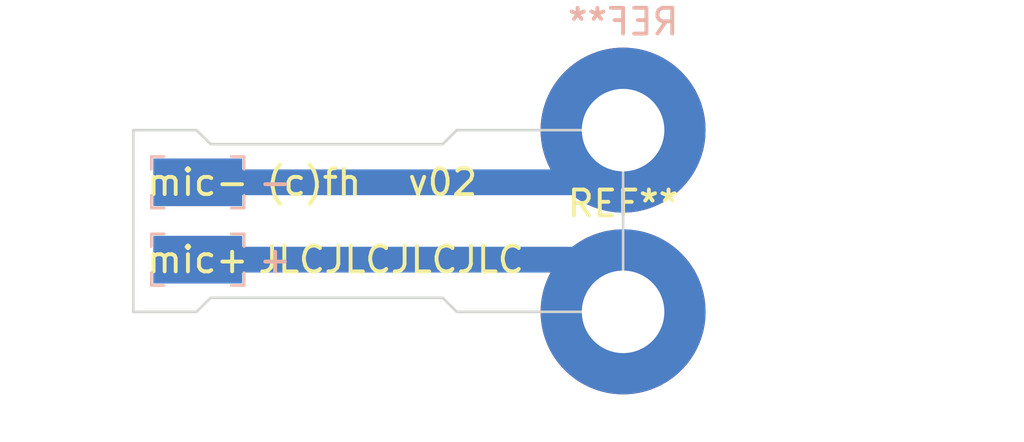
<source format=kicad_pcb>
(kicad_pcb (version 20211014) (generator pcbnew)
  (layers (0 "F.Cu" signal) (31 "B.Cu" signal) (34 "B.Paste" user) (35 "F.Paste" user) (36 "B.SilkS" user "B.Silkscreen") (37 "F.SilkS" user "F.Silkscreen") (38 "B.Mask" user) (39 "F.Mask" user) (44 "Edge.Cuts" user))
  (net 0 "")
  (footprint "MountingHole:MountingHole_3.2mm_M3_Pad_TopBottom" (layer "F.Cu") (at 119 103.525)
    (fp_text reference "REF**" (at 0 -4.2) (layer "F.SilkS"))
    (fp_text value "MountingHole_3.2mm_M3_Pad_TopBottom")
    (pad "1" connect circle locked (at 0 0) (size 6.4 6.4) (layers "B.Cu" "B.Mask"))
    (pad "1" connect circle locked (at 0 0) (size 6.4 6.4) (layers "F.Cu" "F.Mask"))
    (pad "1" thru_hole circle locked (at 0 0) (size 3.6 3.6) (drill 3.2) (layers *.Cu *.Mask))
  )
  (footprint "MountingHole:MountingHole_3.2mm_M3_Pad_TopBottom" (layer "B.Cu") (at 119 96.475 180)
    (fp_text reference "REF**" (at 0 4.2) (layer "B.SilkS") (effects (justify mirror)))
    (fp_text value "MountingHole_3.2mm_M3_Pad_TopBottom")
    (pad "1" connect circle locked (at 0 0 180) (size 6.4 6.4) (layers "B.Cu" "B.Mask"))
    (pad "1" thru_hole circle locked (at 0 0 180) (size 3.6 3.6) (drill 3.2) (layers *.Cu *.Mask))
    (pad "1" connect circle locked (at 0 0 180) (size 6.4 6.4) (layers "F.Cu" "F.Mask"))
  )
  (footprint "digikey-footprints:PC_TEST_POINT_SMD" (layer "B.Cu") (at 102.5 98.5 180)
    (fp_text reference "-" (at -3 0) (layer "B.SilkS") (effects (justify mirror)))
    (fp_text value "PC_TEST_POINT_SMD")
    (fp_line (start 1.8 -1) (end 1.3 -1) (layer "B.SilkS") (width 0.1))
    (fp_line (start 1.8 -1) (end 1.8 -0.5) (layer "B.SilkS") (width 0.1))
    (fp_line (start -1.8 -1) (end -1.8 -0.5) (layer "B.SilkS") (width 0.1))
    (fp_line (start -1.8 1) (end -1.8 0.5) (layer "B.SilkS") (width 0.1))
    (fp_line (start 1.8 1) (end 1.3 1) (layer "B.SilkS") (width 0.1))
    (fp_line (start 1.8 1) (end 1.8 0.5) (layer "B.SilkS") (width 0.1))
    (fp_line (start -1.8 1) (end -1.3 1) (layer "B.SilkS") (width 0.1))
    (fp_line (start -1.8 -1) (end -1.3 -1) (layer "B.SilkS") (width 0.1))
    (pad "1" smd rect locked (at 0 0 180) (size 3.45 1.85) (layers "B.Cu" "B.Paste" "B.Mask"))
  )
  (footprint "digikey-footprints:PC_TEST_POINT_SMD" (layer "B.Cu") (at 102.5 101.5 180)
    (fp_text reference "+" (at -3 0) (layer "B.SilkS") (effects (justify mirror)))
    (fp_text value "PC_TEST_POINT_SMD")
    (fp_line (start 1.8 -1) (end 1.3 -1) (layer "B.SilkS") (width 0.1))
    (fp_line (start -1.8 1) (end -1.8 0.5) (layer "B.SilkS") (width 0.1))
    (fp_line (start -1.8 -1) (end -1.8 -0.5) (layer "B.SilkS") (width 0.1))
    (fp_line (start 1.8 1) (end 1.3 1) (layer "B.SilkS") (width 0.1))
    (fp_line (start 1.8 -1) (end 1.8 -0.5) (layer "B.SilkS") (width 0.1))
    (fp_line (start -1.8 -1) (end -1.3 -1) (layer "B.SilkS") (width 0.1))
    (fp_line (start 1.8 1) (end 1.8 0.5) (layer "B.SilkS") (width 0.1))
    (fp_line (start -1.8 1) (end -1.3 1) (layer "B.SilkS") (width 0.1))
    (pad "1" smd rect locked (at 0 0 180) (size 3.45 1.85) (layers "B.Cu" "B.Paste" "B.Mask"))
  )
  (gr_line (start 100 103.525) (end 102.45 103.525) (layer "Edge.Cuts") (width 0.1))
  (gr_line (start 112.55 103.525) (end 119 103.525) (layer "Edge.Cuts") (width 0.1))
  (gr_line (start 112 97.02) (end 112.55 96.475) (layer "Edge.Cuts") (width 0.1))
  (gr_line (start 103 102.98) (end 112 102.98) (layer "Edge.Cuts") (width 0.1))
  (gr_line (start 119 103.525) (end 119 96.475) (layer "Edge.Cuts") (width 0.1))
  (gr_line (start 103 97.02) (end 112 97.02) (layer "Edge.Cuts") (width 0.1))
  (gr_line (start 100 96.475) (end 102.45 96.475) (layer "Edge.Cuts") (width 0.1))
  (gr_line (start 112 102.98) (end 112.55 103.525) (layer "Edge.Cuts") (width 0.1))
  (gr_line (start 119 96.475) (end 112.55 96.475) (layer "Edge.Cuts") (width 0.1))
  (gr_line (start 102.45 103.525) (end 103 102.98) (layer "Edge.Cuts") (width 0.1))
  (gr_line (start 100 96.475) (end 100 103.525) (layer "Edge.Cuts") (width 0.1))
  (gr_line (start 102.45 96.475) (end 103 97.02) (layer "Edge.Cuts") (width 0.1))
  (gr_text "(c)fh" (at 107 98.5) (layer "F.SilkS") (effects (font (size 1 1))))
  (gr_text "mic-" (at 102.5 98.5) (layer "F.SilkS") (effects (font (size 1 1))))
  (gr_text "JLCJLCJLCJLC" (at 110 101.5) (layer "F.SilkS") (effects (font (size 1 1))))
  (gr_text "mic+" (at 102.5 101.5) (layer "F.SilkS") (effects (font (size 1 1))))
  (gr_text "v02" (at 112 98.5) (layer "F.SilkS") (effects (font (size 1 1))))
  (segment (start 102.5 98.5) (end 117 98.5) (width 1) (layer "B.Cu") (net 0))
  (segment (start 102.5 101.5) (end 117 101.5) (width 1) (layer "B.Cu") (net 0))
)
</source>
